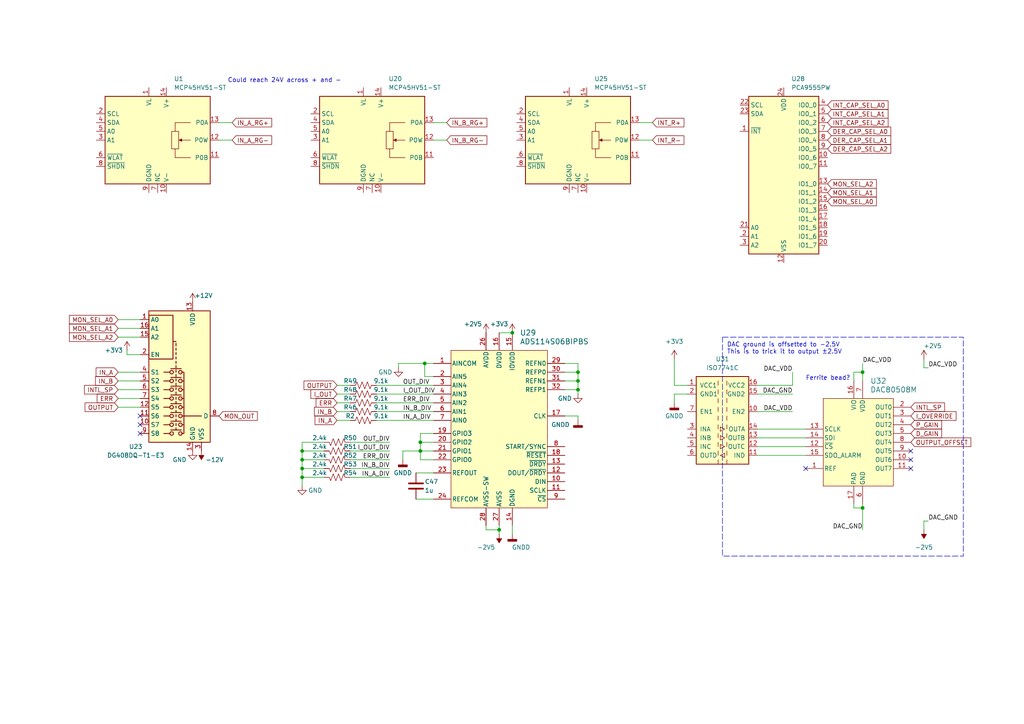
<source format=kicad_sch>
(kicad_sch (version 20230121) (generator eeschema)
  (paper "A4")
  (lib_symbols
    (symbol "Analog_Switch:ADG1408YRUZ"
      (property "Reference" "U" (at -7.62 23.495 0))
      (property "Value" "ADG1408YRUZ" (at -7.62 21.59 0))
      (symbol "ADG1408YRUZ_0_0"
        (pin power_in line (at 5.08 -20.32 90) (length 2.54) (name "GND") (number "14"))
      )
      (symbol "ADG1408YRUZ_0_1"
        (rectangle (start -7.62 6.35) (end -0.635 19.05) (stroke (width 0.254)))
        (rectangle (start -7.62 20.32) (end 10.16 -17.78) (stroke (width 0.254)) (fill (type background)))
        (circle (center -1.016 -15.24) (radius 0.508) (stroke (width 0.254)))
        (circle (center -1.016 -12.7) (radius 0.508) (stroke (width 0.254)))
        (circle (center -1.016 -10.16) (radius 0.508) (stroke (width 0.254)))
        (circle (center -1.016 -7.62) (radius 0.508) (stroke (width 0.254)))
        (circle (center -1.016 -5.08) (radius 0.508) (stroke (width 0.254)))
        (circle (center -1.016 -2.54) (radius 0.508) (stroke (width 0.254)))
        (circle (center -1.016 0) (radius 0.508) (stroke (width 0.254)))
        (circle (center -1.016 2.54) (radius 0.508) (stroke (width 0.254)))
        (polyline (pts (xy -1.524 -15.24) (xy -3.302 -15.24)) (stroke (width 0.254)))
        (polyline (pts (xy -1.524 -12.7) (xy -3.302 -12.7)) (stroke (width 0.254)))
        (polyline (pts (xy -1.524 -10.16) (xy -3.302 -10.16)) (stroke (width 0.254)))
        (polyline (pts (xy -1.524 -7.62) (xy -3.302 -7.62)) (stroke (width 0.254)))
        (polyline (pts (xy -1.524 -5.08) (xy -3.302 -5.08)) (stroke (width 0.254)))
        (polyline (pts (xy -1.524 -2.54) (xy -3.302 -2.54)) (stroke (width 0.254)))
        (polyline (pts (xy -1.524 0) (xy -3.302 0)) (stroke (width 0.254)))
        (polyline (pts (xy -1.524 2.54) (xy -3.302 2.54)) (stroke (width 0.254)))
        (polyline (pts (xy -1.27 -14.224) (xy 1.778 -14.224)) (stroke (width 0.254)))
        (polyline (pts (xy -1.27 -11.684) (xy 1.778 -11.684)) (stroke (width 0.254)))
        (polyline (pts (xy -1.27 -9.144) (xy 1.778 -9.144)) (stroke (width 0.254)))
        (polyline (pts (xy -1.27 -6.604) (xy 1.778 -6.604)) (stroke (width 0.254)))
        (polyline (pts (xy -1.27 -4.064) (xy 1.778 -4.064)) (stroke (width 0.254)))
        (polyline (pts (xy -1.27 -1.524) (xy 1.778 -1.524)) (stroke (width 0.254)))
        (polyline (pts (xy -1.27 1.016) (xy 1.778 1.016)) (stroke (width 0.254)))
        (polyline (pts (xy -1.27 3.556) (xy 1.778 3.556)) (stroke (width 0.254)))
        (polyline (pts (xy -0.635 11.43) (xy 0 11.43)) (stroke (width 0.254)))
        (polyline (pts (xy 0.254 -14.224) (xy 0.254 -13.589)) (stroke (width 0.254)))
        (polyline (pts (xy 0.254 -12.954) (xy 0.254 -12.319)) (stroke (width 0.254)))
        (polyline (pts (xy 0.254 -11.684) (xy 0.254 -11.049)) (stroke (width 0.254)))
        (polyline (pts (xy 0.254 -10.414) (xy 0.254 -9.779)) (stroke (width 0.254)))
        (polyline (pts (xy 0.254 -9.144) (xy 0.254 -8.509)) (stroke (width 0.254)))
        (polyline (pts (xy 0.254 -7.874) (xy 0.254 -7.239)) (stroke (width 0.254)))
        (polyline (pts (xy 0.254 -6.604) (xy 0.254 -5.969)) (stroke (width 0.254)))
        (polyline (pts (xy 0.254 -6.604) (xy 0.254 -5.969)) (stroke (width 0.254)))
        (polyline (pts (xy 0.254 -5.334) (xy 0.254 -4.699)) (stroke (width 0.254)))
        (polyline (pts (xy 0.254 -3.81) (xy 0.254 -3.175)) (stroke (width 0.254)))
        (polyline (pts (xy 0.254 -2.54) (xy 0.254 -1.905)) (stroke (width 0.254)))
        (polyline (pts (xy 0.254 -1.27) (xy 0.254 -0.635)) (stroke (width 0.254)))
        (polyline (pts (xy 0.254 0) (xy 0.254 0.635)) (stroke (width 0.254)))
        (polyline (pts (xy 0.254 1.27) (xy 0.254 1.905)) (stroke (width 0.254)))
        (polyline (pts (xy 0.254 2.54) (xy 0.254 3.175)) (stroke (width 0.254)))
        (polyline (pts (xy 0.254 3.81) (xy 0.254 4.445)) (stroke (width 0.254)))
        (polyline (pts (xy 0.254 5.08) (xy 0.254 5.715)) (stroke (width 0.254)))
        (polyline (pts (xy 0.254 6.35) (xy 0.254 6.985)) (stroke (width 0.254)))
        (polyline (pts (xy 0.254 7.62) (xy 0.254 8.255)) (stroke (width 0.254)))
        (polyline (pts (xy 0.254 8.89) (xy 0.254 9.525)) (stroke (width 0.254)))
        (polyline (pts (xy 0.254 10.16) (xy 0.254 10.922)) (stroke (width 0.254)))
        (polyline (pts (xy 0.254 11.43) (xy 0 11.43)) (stroke (width 0.254)))
        (polyline (pts (xy 2.032 -12.7) (xy 2.54 -12.7)) (stroke (width 0.254)))
        (polyline (pts (xy 2.032 -10.16) (xy 2.54 -10.16)) (stroke (width 0.254)))
        (polyline (pts (xy 2.032 -7.62) (xy 2.54 -7.62)) (stroke (width 0.254)))
        (polyline (pts (xy 2.032 -5.08) (xy 2.54 -5.08)) (stroke (width 0.254)))
        (polyline (pts (xy 2.032 -2.54) (xy 2.54 -2.54)) (stroke (width 0.254)))
        (polyline (pts (xy 2.032 0) (xy 2.54 0)) (stroke (width 0.254)))
        (polyline (pts (xy 2.54 -10.16) (xy 7.62 -10.16)) (stroke (width 0.254)))
        (polyline (pts (xy 1.905 2.54) (xy 2.54 2.54) (xy 2.54 -15.24) (xy 1.905 -15.24)) (stroke (width 0.254)))
        (circle (center 1.524 -15.24) (radius 0.508) (stroke (width 0.254)))
        (circle (center 1.524 -12.7) (radius 0.508) (stroke (width 0.254)))
        (circle (center 1.524 -10.16) (radius 0.508) (stroke (width 0.254)))
        (circle (center 1.524 -7.62) (radius 0.508) (stroke (width 0.254)))
        (circle (center 1.524 -5.08) (radius 0.508) (stroke (width 0.254)))
        (circle (center 1.524 -2.54) (radius 0.508) (stroke (width 0.254)))
        (circle (center 1.524 0) (radius 0.508) (stroke (width 0.254)))
        (circle (center 1.524 2.54) (radius 0.508) (stroke (width 0.254)))
      )
      (symbol "ADG1408YRUZ_1_1"
        (pin input line (at -10.16 17.78 0) (length 2.54) (name "A0") (number "1"))
        (pin bidirectional line (at -10.16 -12.7 0) (length 2.54) (name "S7") (number "10"))
        (pin bidirectional line (at -10.16 -10.16 0) (length 2.54) (name "S6") (number "11"))
        (pin bidirectional line (at -10.16 -7.62 0) (length 2.54) (name "S5") (number "12"))
        (pin power_in line (at 5.08 22.86 270) (length 2.54) (name "VDD") (number "13"))
        (pin input line (at -10.16 12.7 0) (length 2.54) (name "A2") (number "15"))
        (pin input line (at -10.16 15.24 0) (length 2.54) (name "A1") (number "16"))
        (pin input line (at -10.16 7.62 0) (length 2.54) (name "EN") (number "2"))
        (pin power_in line (at 7.62 -20.32 90) (length 2.54) (name "VSS") (number "3"))
        (pin bidirectional line (at -10.16 2.54 0) (length 2.54) (name "S1") (number "4"))
        (pin bidirectional line (at -10.16 0 0) (length 2.54) (name "S2") (number "5"))
        (pin bidirectional line (at -10.16 -2.54 0) (length 2.54) (name "S3") (number "6"))
        (pin bidirectional line (at -10.16 -5.08 0) (length 2.54) (name "S4") (number "7"))
        (pin bidirectional line (at 12.7 -10.16 180) (length 2.54) (name "D") (number "8"))
        (pin bidirectional line (at -10.16 -15.24 0) (length 2.54) (name "S8") (number "9"))
      )
    )
    (symbol "Device:C" (pin_numbers hide) (pin_names (offset 0.254))
      (property "Reference" "C" (at 0.635 2.54 0))
      (property "Value" "C" (at 0.635 -2.54 0))
      (symbol "C_0_1"
        (polyline (pts (xy -2.032 -0.762) (xy 2.032 -0.762)) (stroke (width 0.508)))
        (polyline (pts (xy -2.032 0.762) (xy 2.032 0.762)) (stroke (width 0.508)))
      )
      (symbol "C_1_1"
        (pin passive line (at 0 3.81 270) (length 2.794) (name "~") (number "1"))
        (pin passive line (at 0 -3.81 90) (length 2.794) (name "~") (number "2"))
      )
    )
    (symbol "Device:R_US" (pin_numbers hide) (pin_names (offset 0))
      (property "Reference" "R" (at 2.54 0 90))
      (property "Value" "R_US" (at -2.54 0 90))
      (symbol "R_US_0_1"
        (polyline (pts (xy 0 -2.286) (xy 0 -2.54)))
        (polyline (pts (xy 0 2.286) (xy 0 2.54)))
        (polyline (pts (xy 0 -0.762) (xy 1.016 -1.143) (xy 0 -1.524) (xy -1.016 -1.905) (xy 0 -2.286)))
        (polyline (pts (xy 0 0.762) (xy 1.016 0.381) (xy 0 0) (xy -1.016 -0.381) (xy 0 -0.762)))
        (polyline (pts (xy 0 2.286) (xy 1.016 1.905) (xy 0 1.524) (xy -1.016 1.143) (xy 0 0.762)))
      )
      (symbol "R_US_1_1"
        (pin passive line (at 0 3.81 270) (length 1.27) (name "~") (number "1"))
        (pin passive line (at 0 -3.81 90) (length 1.27) (name "~") (number "2"))
      )
    )
    (symbol "Interface_Expansion:PCA9555PW"
      (property "Reference" "U" (at -8.89 24.13 0))
      (property "Value" "PCA9555PW" (at 6.35 24.13 0))
      (symbol "PCA9555PW_0_1"
        (rectangle (start -10.16 22.86) (end 10.16 -22.86) (stroke (width 0.254)) (fill (type background)))
      )
      (symbol "PCA9555PW_1_1"
        (pin open_collector line (at -12.7 12.7 0) (length 2.54) (name "~{INT}") (number "1"))
        (pin bidirectional line (at 12.7 5.08 180) (length 2.54) (name "IO0_6") (number "10"))
        (pin bidirectional line (at 12.7 2.54 180) (length 2.54) (name "IO0_7") (number "11"))
        (pin power_in line (at 0 -25.4 90) (length 2.54) (name "VSS") (number "12"))
        (pin bidirectional line (at 12.7 -2.54 180) (length 2.54) (name "IO1_0") (number "13"))
        (pin bidirectional line (at 12.7 -5.08 180) (length 2.54) (name "IO1_1") (number "14"))
        (pin bidirectional line (at 12.7 -7.62 180) (length 2.54) (name "IO1_2") (number "15"))
        (pin bidirectional line (at 12.7 -10.16 180) (length 2.54) (name "IO1_3") (number "16"))
        (pin bidirectional line (at 12.7 -12.7 180) (length 2.54) (name "IO1_4") (number "17"))
        (pin bidirectional line (at 12.7 -15.24 180) (length 2.54) (name "IO1_5") (number "18"))
        (pin bidirectional line (at 12.7 -17.78 180) (length 2.54) (name "IO1_6") (number "19"))
        (pin input line (at -12.7 -17.78 0) (length 2.54) (name "A1") (number "2"))
        (pin bidirectional line (at 12.7 -20.32 180) (length 2.54) (name "IO1_7") (number "20"))
        (pin input line (at -12.7 -15.24 0) (length 2.54) (name "A0") (number "21"))
        (pin input line (at -12.7 20.32 0) (length 2.54) (name "SCL") (number "22"))
        (pin bidirectional line (at -12.7 17.78 0) (length 2.54) (name "SDA") (number "23"))
        (pin power_in line (at 0 25.4 270) (length 2.54) (name "VDD") (number "24"))
        (pin input line (at -12.7 -20.32 0) (length 2.54) (name "A2") (number "3"))
        (pin bidirectional line (at 12.7 20.32 180) (length 2.54) (name "IO0_0") (number "4"))
        (pin bidirectional line (at 12.7 17.78 180) (length 2.54) (name "IO0_1") (number "5"))
        (pin bidirectional line (at 12.7 15.24 180) (length 2.54) (name "IO0_2") (number "6"))
        (pin bidirectional line (at 12.7 12.7 180) (length 2.54) (name "IO0_3") (number "7"))
        (pin bidirectional line (at 12.7 10.16 180) (length 2.54) (name "IO0_4") (number "8"))
        (pin bidirectional line (at 12.7 7.62 180) (length 2.54) (name "IO0_5") (number "9"))
      )
    )
    (symbol "Isolator:ISO7341C" (pin_names (offset 1.016))
      (property "Reference" "U" (at 0 15.875 0))
      (property "Value" "ISO7341C" (at 0 13.97 0))
      (symbol "ISO7341C_0_1"
        (rectangle (start -7.62 12.7) (end 7.62 -12.7) (stroke (width 0.254)) (fill (type background)))
        (polyline (pts (xy -1.27 -11.43) (xy -1.27 -12.7)))
        (polyline (pts (xy -1.27 -8.89) (xy -1.27 -10.16)))
        (polyline (pts (xy -1.27 -6.35) (xy -1.27 -7.62)))
        (polyline (pts (xy -1.27 -3.81) (xy -1.27 -5.08)))
        (polyline (pts (xy -1.27 -1.27) (xy -1.27 -2.54)))
        (polyline (pts (xy -1.27 1.27) (xy -1.27 0)))
        (polyline (pts (xy -1.27 3.81) (xy -1.27 2.54)))
        (polyline (pts (xy -1.27 6.35) (xy -1.27 5.08)))
        (polyline (pts (xy -1.27 8.89) (xy -1.27 7.62)))
        (polyline (pts (xy -1.27 11.43) (xy -1.27 10.16)))
        (polyline (pts (xy 1.27 -11.43) (xy 1.27 -12.7)))
        (polyline (pts (xy 1.27 -8.89) (xy 1.27 -10.16)))
        (polyline (pts (xy 1.27 -6.35) (xy 1.27 -7.62)))
        (polyline (pts (xy 1.27 -3.81) (xy 1.27 -5.08)))
        (polyline (pts (xy 1.27 -1.27) (xy 1.27 -2.54)))
        (polyline (pts (xy 1.27 1.27) (xy 1.27 0)))
        (polyline (pts (xy 1.27 3.81) (xy 1.27 2.54)))
        (polyline (pts (xy 1.27 6.35) (xy 1.27 5.08)))
        (polyline (pts (xy 1.27 8.89) (xy 1.27 7.62)))
        (polyline (pts (xy 1.27 11.43) (xy 1.27 10.16)))
        (polyline (pts (xy -0.635 -10.16) (xy 0.635 -9.525) (xy 0.635 -10.795) (xy -0.635 -10.16)))
        (polyline (pts (xy -0.635 -6.985) (xy -0.635 -8.255) (xy 0.635 -7.62) (xy -0.635 -6.985)))
        (polyline (pts (xy -0.635 -4.445) (xy -0.635 -5.715) (xy 0.635 -5.08) (xy -0.635 -4.445)))
        (polyline (pts (xy -0.635 -1.905) (xy -0.635 -3.175) (xy 0.635 -2.54) (xy -0.635 -1.905)))
      )
      (symbol "ISO7341C_1_1"
        (pin power_in line (at -10.16 10.16 0) (length 2.54) (name "VCC1") (number "1"))
        (pin input line (at 10.16 2.54 180) (length 2.54) (name "EN2") (number "10"))
        (pin input line (at 10.16 -10.16 180) (length 2.54) (name "IND") (number "11"))
        (pin output line (at 10.16 -7.62 180) (length 2.54) (name "OUTC") (number "12"))
        (pin output line (at 10.16 -5.08 180) (length 2.54) (name "OUTB") (number "13"))
        (pin output line (at 10.16 -2.54 180) (length 2.54) (name "OUTA") (number "14"))
        (pin power_in line (at 10.16 7.62 180) (length 2.54) (name "GND2") (number "15"))
        (pin power_in line (at 10.16 10.16 180) (length 2.54) (name "VCC2") (number "16"))
        (pin power_in line (at -10.16 7.62 0) (length 2.54) (name "GND1") (number "2"))
        (pin input line (at -10.16 -2.54 0) (length 2.54) (name "INA") (number "3"))
        (pin input line (at -10.16 -5.08 0) (length 2.54) (name "INB") (number "4"))
        (pin input line (at -10.16 -7.62 0) (length 2.54) (name "INC") (number "5"))
        (pin output line (at -10.16 -10.16 0) (length 2.54) (name "OUTD") (number "6"))
        (pin input line (at -10.16 2.54 0) (length 2.54) (name "EN1") (number "7"))
        (pin passive line (at -10.16 7.62 0) (length 2.54) hide (name "GND1") (number "8"))
        (pin passive line (at 10.16 7.62 180) (length 2.54) hide (name "GND2") (number "9"))
      )
    )
    (symbol "Potentiometer_Digital:MCP45HV51-ST"
      (property "Reference" "U" (at -13.97 13.97 0))
      (property "Value" "MCP45HV51-ST" (at 11.43 13.97 0))
      (symbol "MCP45HV51-ST_0_1"
        (polyline (pts (xy 9.525 0) (xy 6.223 0)))
        (polyline (pts (xy 5.08 -2.54) (xy 5.08 -5.08) (xy 9.525 -5.08)))
        (polyline (pts (xy 5.08 2.54) (xy 5.08 5.08) (xy 9.525 5.08)))
        (polyline (pts (xy 6.223 0) (xy 6.985 0.381) (xy 6.985 -0.381) (xy 6.223 0)) (fill (type outline)))
        (polyline (pts (xy 6.096 2.54) (xy 4.064 2.54) (xy 4.064 -2.54) (xy 6.096 -2.54) (xy 6.096 2.54)))
      )
      (symbol "MCP45HV51-ST_1_1"
        (rectangle (start -15.24 12.7) (end 15.24 -12.7) (stroke (width 0.254)) (fill (type background)))
        (pin power_in line (at -2.54 15.24 270) (length 2.54) (name "VL") (number "1"))
        (pin power_in line (at 2.54 -15.24 90) (length 2.54) (name "V-") (number "10"))
        (pin passive line (at 17.78 -5.08 180) (length 2.54) (name "P0B") (number "11"))
        (pin passive line (at 17.78 0 180) (length 2.54) (name "P0W") (number "12"))
        (pin passive line (at 17.78 5.08 180) (length 2.54) (name "P0A") (number "13"))
        (pin power_in line (at 2.54 15.24 270) (length 2.54) (name "V+") (number "14"))
        (pin input line (at -17.78 7.62 0) (length 2.54) (name "SCL") (number "2"))
        (pin input line (at -17.78 0 0) (length 2.54) (name "A1") (number "3"))
        (pin bidirectional line (at -17.78 5.08 0) (length 2.54) (name "SDA") (number "4"))
        (pin input line (at -17.78 2.54 0) (length 2.54) (name "A0") (number "5"))
        (pin input line (at -17.78 -5.08 0) (length 2.54) (name "~{WLAT}") (number "6"))
        (pin passive line (at 0 -15.24 90) (length 2.54) (name "NC") (number "7"))
        (pin input line (at -17.78 -7.62 0) (length 2.54) (name "~{SHDN}") (number "8"))
        (pin power_in line (at -2.54 -15.24 90) (length 2.54) (name "DGND") (number "9"))
      )
    )
    (symbol "local_lib:ADS114S06BIPBS" (pin_names (offset 0.254))
      (property "Reference" "U" (at 0 2.54 0))
      (property "Value" "ADS114S06BIPBS" (at 0 0 0))
      (symbol "ADS114S06BIPBS_0_1"
        (pin input line (at -19.05 20.32 0) (length 5.08) (name "AINCOM") (number "1"))
        (pin input line (at 19.05 -13.97 180) (length 5.08) (name "DIN") (number "10"))
        (pin input line (at 19.05 -16.51 180) (length 5.08) (name "SCLK") (number "11"))
        (pin power_in line (at 3.81 -26.67 90) (length 5.08) (name "DGND") (number "14"))
        (pin power_in line (at 3.81 29.21 270) (length 5.08) (name "IOVDD") (number "15"))
        (pin power_in line (at 0 29.21 270) (length 5.08) (name "DVDD") (number "16"))
        (pin input line (at 19.05 5.08 180) (length 5.08) (name "CLK") (number "17"))
        (pin bidirectional line (at -19.05 0 0) (length 5.08) (name "GPIO3") (number "19"))
        (pin input line (at -19.05 16.51 0) (length 5.08) (name "AIN5") (number "2"))
        (pin bidirectional line (at -19.05 -2.54 0) (length 5.08) (name "GPIO2") (number "20"))
        (pin bidirectional line (at -19.05 -5.08 0) (length 5.08) (name "GPIO1") (number "21"))
        (pin bidirectional line (at -19.05 -7.62 0) (length 5.08) (name "GPIO0") (number "22"))
        (pin power_in line (at -19.05 -11.43 0) (length 5.08) (name "REFOUT") (number "23"))
        (pin power_in line (at -19.05 -19.05 0) (length 5.08) (name "REFCOM") (number "24"))
        (pin power_in line (at -3.81 29.21 270) (length 5.08) (name "AVDD") (number "26"))
        (pin power_in line (at 0 -26.67 90) (length 5.08) (name "AVSS") (number "27"))
        (pin power_in line (at -3.81 -26.67 90) (length 5.08) (name "AVSS-SW") (number "28"))
        (pin input line (at 19.05 20.32 180) (length 5.08) (name "REFN0") (number "29"))
        (pin input line (at -19.05 13.97 0) (length 5.08) (name "AIN4") (number "3"))
        (pin input line (at 19.05 17.78 180) (length 5.08) (name "REFP0") (number "30"))
        (pin input line (at 19.05 15.24 180) (length 5.08) (name "REFN1") (number "31"))
        (pin input line (at 19.05 12.7 180) (length 5.08) (name "REFP1") (number "32"))
        (pin input line (at -19.05 11.43 0) (length 5.08) (name "AIN3") (number "4"))
        (pin input line (at -19.05 8.89 0) (length 5.08) (name "AIN2") (number "5"))
        (pin input line (at -19.05 6.35 0) (length 5.08) (name "AIN1") (number "6"))
        (pin input line (at -19.05 3.81 0) (length 5.08) (name "AIN0") (number "7"))
      )
      (symbol "ADS114S06BIPBS_1_1"
        (rectangle (start -13.97 24.13) (end 13.97 -21.59) (fill (type background)))
        (pin output line (at 19.05 -11.43 180) (length 5.08) (name "DOUT/~{DRDY}") (number "12"))
        (pin output line (at 19.05 -8.89 180) (length 5.08) (name "~{DRDY}") (number "13"))
        (pin input line (at 19.05 -6.35 180) (length 5.08) (name "~{RESET}") (number "18"))
        (pin unspecified line (at 7.62 -21.59 270) (length 5.08) hide (name "NC") (number "25"))
        (pin input line (at 19.05 -3.81 180) (length 5.08) (name "START/SYNC") (number "8"))
        (pin input line (at 19.05 -19.05 180) (length 5.08) (name "~{CS}") (number "9"))
      )
    )
    (symbol "local_lib:DAC80508ZRTER" (pin_names (offset 0.254))
      (property "Reference" "U" (at 3.81 15.24 0))
      (property "Value" "DAC80508ZRTER" (at 12.7 12.7 0))
      (symbol "DAC80508ZRTER_0_1"
        (pin bidirectional line (at -15.24 -8.89 0) (length 5.08) (name "REF") (number "1"))
        (pin output line (at 15.24 -6.35 180) (length 5.08) (name "OUT6") (number "10"))
        (pin output line (at 15.24 -8.89 180) (length 5.08) (name "OUT7") (number "11"))
        (pin input line (at -15.24 2.54 0) (length 5.08) (name "SCLK") (number "13"))
        (pin input line (at -15.24 0 0) (length 5.08) (name "SDI") (number "14"))
        (pin tri_state line (at -15.24 -5.08 0) (length 5.08) (name "SDO_ALARM") (number "15"))
        (pin power_in line (at -1.27 16.51 270) (length 5.08) (name "VIO") (number "16"))
        (pin power_in line (at -1.27 -19.05 90) (length 5.08) (name "PAD") (number "17"))
        (pin output line (at 15.24 8.89 180) (length 5.08) (name "OUT0") (number "2"))
        (pin output line (at 15.24 6.35 180) (length 5.08) (name "OUT1") (number "3"))
        (pin output line (at 15.24 3.81 180) (length 5.08) (name "OUT2") (number "4"))
        (pin output line (at 15.24 1.27 180) (length 5.08) (name "OUT3") (number "5"))
        (pin power_in line (at 1.27 -19.05 90) (length 5.08) (name "GND") (number "6"))
        (pin power_in line (at 1.27 16.51 270) (length 5.08) (name "VDD") (number "7"))
        (pin output line (at 15.24 -1.27 180) (length 5.08) (name "OUT4") (number "8"))
        (pin output line (at 15.24 -3.81 180) (length 5.08) (name "OUT5") (number "9"))
      )
      (symbol "DAC80508ZRTER_1_1"
        (rectangle (start -10.16 11.43) (end 10.16 -13.97) (fill (type background)))
        (pin input line (at -15.24 -2.54 0) (length 5.08) (name "~{CS}") (number "12"))
      )
    )
    (symbol "power:+12V" (power) (pin_names (offset 0))
      (property "Value" "+12V" (at 0 3.556 0))
      (symbol "+12V_0_1"
        (polyline (pts (xy -0.762 1.27) (xy 0 2.54)))
        (polyline (pts (xy 0 0) (xy 0 2.54)))
        (polyline (pts (xy 0 2.54) (xy 0.762 1.27)))
      )
      (symbol "+12V_1_1"
        (pin power_in line (at 0 0 90) (length 0) hide (name "+12V") (number "1"))
      )
    )
    (symbol "power:+2V5" (power) (pin_names (offset 0))
      (property "Value" "+2V5" (at 0 3.556 0))
      (symbol "+2V5_0_1"
        (polyline (pts (xy -0.762 1.27) (xy 0 2.54)))
        (polyline (pts (xy 0 0) (xy 0 2.54)))
        (polyline (pts (xy 0 2.54) (xy 0.762 1.27)))
      )
      (symbol "+2V5_1_1"
        (pin power_in line (at 0 0 90) (length 0) hide (name "+2V5") (number "1"))
      )
    )
    (symbol "power:+3V3" (power) (pin_names (offset 0))
      (property "Value" "+3V3" (at 0 3.556 0))
      (symbol "+3V3_0_1"
        (polyline (pts (xy -0.762 1.27) (xy 0 2.54)))
        (polyline (pts (xy 0 0) (xy 0 2.54)))
        (polyline (pts (xy 0 2.54) (xy 0.762 1.27)))
      )
      (symbol "+3V3_1_1"
        (pin power_in line (at 0 0 90) (length 0) hide (name "+3V3") (number "1"))
      )
    )
    (symbol "power:-12V" (power) (pin_names (offset 0))
      (property "Value" "-12V" (at 0 3.81 0))
      (symbol "-12V_0_0"
        (pin power_in line (at 0 0 90) (length 0) hide (name "-12V") (number "1"))
      )
      (symbol "-12V_0_1"
        (polyline (pts (xy 0 0) (xy 0 1.27) (xy 0.762 1.27) (xy 0 2.54) (xy -0.762 1.27) (xy 0 1.27)) (fill (type outline)))
      )
    )
    (symbol "power:-2V5" (power) (pin_names (offset 0))
      (property "Value" "-2V5" (at 0 3.81 0))
      (symbol "-2V5_0_0"
        (pin power_in line (at 0 0 90) (length 0) hide (name "-2V5") (number "1"))
      )
      (symbol "-2V5_0_1"
        (polyline (pts (xy 0 0) (xy 0 1.27) (xy 0.762 1.27) (xy 0 2.54) (xy -0.762 1.27) (xy 0 1.27)) (fill (type outline)))
      )
    )
    (symbol "power:GND" (power) (pin_names (offset 0))
      (property "Value" "GND" (at 0 -3.81 0))
      (symbol "GND_0_1"
        (polyline (pts (xy 0 0) (xy 0 -1.27) (xy 1.27 -1.27) (xy 0 -2.54) (xy -1.27 -1.27) (xy 0 -1.27)))
      )
      (symbol "GND_1_1"
        (pin power_in line (at 0 0 270) (length 0) hide (name "GND") (number "1"))
      )
    )
    (symbol "power:GNDD" (power) (pin_names (offset 0))
      (property "Value" "GNDD" (at 0 -3.175 0))
      (symbol "GNDD_0_1"
        (rectangle (start -1.27 -1.524) (end 1.27 -2.032) (stroke (width 0.254)) (fill (type outline)))
        (polyline (pts (xy 0 0) (xy 0 -1.524)))
      )
      (symbol "GNDD_1_1"
        (pin power_in line (at 0 0 270) (length 0) hide (name "GNDD") (number "1"))
      )
    )
  )
  (junction (at 167.64 110.49))
  (junction (at 167.64 107.95))
  (junction (at 121.92 128.27))
  (junction (at 123.19 105.41))
  (junction (at 87.63 130.81))
  (junction (at 250.19 147.32))
  (junction (at 148.59 96.52))
  (junction (at 144.78 153.67))
  (junction (at 87.63 133.35))
  (junction (at 87.63 138.43))
  (junction (at 87.63 135.89))
  (junction (at 121.92 130.81))
  (junction (at 250.19 107.95))
  (junction (at 167.64 113.03))
  (no_connect (at 40.64 120.65))
  (no_connect (at 264.16 135.89))
  (no_connect (at 40.64 125.73))
  (no_connect (at 264.16 133.35))
  (no_connect (at 40.64 123.19))
  (no_connect (at 264.16 130.81))
  (no_connect (at 233.68 135.89))
  (wire (pts (xy 148.59 154.94) (xy 148.59 152.4)))
  (wire (pts (xy 167.64 107.95) (xy 167.64 110.49)))
  (wire (pts (xy 250.19 147.32) (xy 250.19 146.05)))
  (wire (pts (xy 120.65 144.78) (xy 125.73 144.78)))
  (wire (pts (xy 40.64 97.79) (xy 34.29 97.79)))
  (wire (pts (xy 125.73 35.56) (xy 129.54 35.56)))
  (wire (pts (xy 87.63 138.43) (xy 87.63 140.97)))
  (wire (pts (xy 97.79 111.76) (xy 101.6 111.76)))
  (wire (pts (xy 163.83 107.95) (xy 167.64 107.95)))
  (wire (pts (xy 121.92 128.27) (xy 125.73 128.27)))
  (wire (pts (xy 199.39 111.76) (xy 195.58 111.76)))
  (wire (pts (xy 40.64 95.25) (xy 34.29 95.25)))
  (wire (pts (xy 113.03 133.35) (xy 101.6 133.35)))
  (wire (pts (xy 116.84 130.81) (xy 116.84 133.35)))
  (wire (pts (xy 185.42 35.56) (xy 189.23 35.56)))
  (wire (pts (xy 34.29 115.57) (xy 40.64 115.57)))
  (wire (pts (xy 93.98 130.81) (xy 87.63 130.81)))
  (wire (pts (xy 36.83 101.6) (xy 36.83 102.87)))
  (wire (pts (xy 87.63 133.35) (xy 87.63 135.89)))
  (wire (pts (xy 113.03 128.27) (xy 101.6 128.27)))
  (wire (pts (xy 167.64 120.65) (xy 167.64 121.92)))
  (wire (pts (xy 34.29 118.11) (xy 40.64 118.11)))
  (wire (pts (xy 140.97 153.67) (xy 144.78 153.67)))
  (wire (pts (xy 93.98 135.89) (xy 87.63 135.89)))
  (wire (pts (xy 163.83 105.41) (xy 167.64 105.41)))
  (wire (pts (xy 113.03 135.89) (xy 101.6 135.89)))
  (wire (pts (xy 40.64 102.87) (xy 36.83 102.87)))
  (wire (pts (xy 125.73 109.22) (xy 123.19 109.22)))
  (wire (pts (xy 113.03 138.43) (xy 101.6 138.43)))
  (wire (pts (xy 121.92 130.81) (xy 125.73 130.81)))
  (wire (pts (xy 109.22 121.92) (xy 125.73 121.92)))
  (wire (pts (xy 144.78 152.4) (xy 144.78 153.67)))
  (wire (pts (xy 34.29 107.95) (xy 40.64 107.95)))
  (wire (pts (xy 125.73 40.64) (xy 129.54 40.64)))
  (wire (pts (xy 163.83 120.65) (xy 167.64 120.65)))
  (wire (pts (xy 267.97 104.14) (xy 267.97 106.68)))
  (wire (pts (xy 219.71 124.46) (xy 233.68 124.46)))
  (wire (pts (xy 140.97 152.4) (xy 140.97 153.67)))
  (wire (pts (xy 93.98 138.43) (xy 87.63 138.43)))
  (wire (pts (xy 113.03 130.81) (xy 101.6 130.81)))
  (wire (pts (xy 229.87 107.95) (xy 229.87 111.76)))
  (wire (pts (xy 93.98 128.27) (xy 87.63 128.27)))
  (wire (pts (xy 267.97 151.13) (xy 269.24 151.13)))
  (wire (pts (xy 87.63 135.89) (xy 87.63 138.43)))
  (wire (pts (xy 167.64 110.49) (xy 167.64 113.03)))
  (wire (pts (xy 167.64 113.03) (xy 167.64 114.3)))
  (wire (pts (xy 125.73 105.41) (xy 123.19 105.41)))
  (wire (pts (xy 250.19 105.41) (xy 250.19 107.95)))
  (wire (pts (xy 63.5 35.56) (xy 67.31 35.56)))
  (wire (pts (xy 109.22 111.76) (xy 125.73 111.76)))
  (wire (pts (xy 121.92 130.81) (xy 121.92 133.35)))
  (wire (pts (xy 247.65 110.49) (xy 247.65 107.95)))
  (wire (pts (xy 121.92 128.27) (xy 121.92 130.81)))
  (wire (pts (xy 229.87 111.76) (xy 219.71 111.76)))
  (wire (pts (xy 219.71 132.08) (xy 233.68 132.08)))
  (wire (pts (xy 250.19 110.49) (xy 250.19 107.95)))
  (wire (pts (xy 63.5 40.64) (xy 67.31 40.64)))
  (wire (pts (xy 219.71 129.54) (xy 233.68 129.54)))
  (wire (pts (xy 109.22 119.38) (xy 125.73 119.38)))
  (wire (pts (xy 116.84 130.81) (xy 121.92 130.81)))
  (wire (pts (xy 121.92 125.73) (xy 121.92 128.27)))
  (wire (pts (xy 109.22 116.84) (xy 125.73 116.84)))
  (wire (pts (xy 97.79 114.3) (xy 101.6 114.3)))
  (wire (pts (xy 144.78 96.52) (xy 148.59 96.52)))
  (wire (pts (xy 97.79 119.38) (xy 101.6 119.38)))
  (wire (pts (xy 195.58 114.3) (xy 195.58 116.84)))
  (wire (pts (xy 163.83 110.49) (xy 167.64 110.49)))
  (wire (pts (xy 195.58 114.3) (xy 199.39 114.3)))
  (wire (pts (xy 144.78 153.67) (xy 144.78 154.94)))
  (wire (pts (xy 87.63 130.81) (xy 87.63 133.35)))
  (wire (pts (xy 185.42 40.64) (xy 189.23 40.64)))
  (wire (pts (xy 247.65 107.95) (xy 250.19 107.95)))
  (wire (pts (xy 167.64 105.41) (xy 167.64 107.95)))
  (wire (pts (xy 34.29 110.49) (xy 40.64 110.49)))
  (wire (pts (xy 247.65 147.32) (xy 247.65 146.05)))
  (wire (pts (xy 267.97 153.67) (xy 267.97 151.13)))
  (wire (pts (xy 250.19 147.32) (xy 247.65 147.32)))
  (wire (pts (xy 120.65 137.16) (xy 125.73 137.16)))
  (wire (pts (xy 97.79 116.84) (xy 101.6 116.84)))
  (wire (pts (xy 219.71 119.38) (xy 229.87 119.38)))
  (wire (pts (xy 109.22 114.3) (xy 125.73 114.3)))
  (wire (pts (xy 195.58 104.14) (xy 195.58 111.76)))
  (wire (pts (xy 123.19 109.22) (xy 123.19 105.41)))
  (wire (pts (xy 163.83 113.03) (xy 167.64 113.03)))
  (wire (pts (xy 93.98 133.35) (xy 87.63 133.35)))
  (wire (pts (xy 40.64 92.71) (xy 34.29 92.71)))
  (wire (pts (xy 125.73 125.73) (xy 121.92 125.73)))
  (wire (pts (xy 250.19 147.32) (xy 250.19 153.67)))
  (wire (pts (xy 97.79 121.92) (xy 101.6 121.92)))
  (wire (pts (xy 34.29 113.03) (xy 40.64 113.03)))
  (wire (pts (xy 219.71 127) (xy 233.68 127)))
  (wire (pts (xy 123.19 105.41) (xy 115.57 105.41)))
  (wire (pts (xy 267.97 106.68) (xy 269.24 106.68)))
  (wire (pts (xy 115.57 105.41) (xy 115.57 106.68)))
  (wire (pts (xy 121.92 133.35) (xy 125.73 133.35)))
  (wire (pts (xy 87.63 128.27) (xy 87.63 130.81)))
  (wire (pts (xy 219.71 114.3) (xy 229.87 114.3)))
  (rectangle (start 209.55 97.79) (end 279.4 161.29) (stroke (width 0) (type dash)))
  (text "Could reach 24V across + and -" (at 66.04 24.13 0) (effects (font (size 1.27 1.27)) (justify left bottom)))
  (text "Ferrite bead?" (at 233.68 110.49 0) (effects (font (size 1.27 1.27)) (justify left bottom)))
  (text "DAC ground is offsetted to -2.5V\nThis is to trick it to output ±2.5V" (at 210.82 102.87 0) (effects (font (size 1.27 1.27)) (justify left bottom)))
  (label "I_OUT_DIV" (at 113.03 130.81 180))
  (label "DAC_VDD" (at 269.24 106.68 0))
  (label "IN_B_DIV" (at 113.03 135.89 180))
  (label "OUT_DIV" (at 116.84 111.76 0))
  (label "I_OUT_DIV" (at 116.84 114.3 0))
  (label "ERR_DIV" (at 116.84 116.84 0))
  (label "DAC_VDD" (at 250.19 105.41 0))
  (label "DAC_GND" (at 229.87 114.3 180))
  (label "DAC_GND" (at 269.24 151.13 0))
  (label "DAC_VDD" (at 229.87 107.95 180))
  (label "IN_A_DIV" (at 113.03 138.43 180))
  (label "ERR_DIV" (at 113.03 133.35 180))
  (label "OUT_DIV" (at 113.03 128.27 180))
  (label "IN_B_DIV" (at 116.84 119.38 0))
  (label "DAC_GND" (at 250.19 153.67 180))
  (label "IN_A_DIV" (at 116.84 121.92 0))
  (label "DAC_VDD" (at 229.87 119.38 180))
  (global_label "IN_A_RG-" (shape input) (at 67.31 40.64 0) (property "Intersheetrefs" "${INTERSHEET_REFS}" (effects hide)))
  (global_label "MON_SEL_A1" (shape input) (at 240.03 55.88 0) (property "Intersheetrefs" "${INTERSHEET_REFS}" (effects hide)))
  (global_label "IN_A" (shape input) (at 34.29 107.95 180) (property "Intersheetrefs" "${INTERSHEET_REFS}" (effects hide)))
  (global_label "INTL_SP" (shape input) (at 34.29 113.03 180) (property "Intersheetrefs" "${INTERSHEET_REFS}" (effects hide)))
  (global_label "MON_OUT" (shape input) (at 63.5 120.65 0) (property "Intersheetrefs" "${INTERSHEET_REFS}" (effects hide)))
  (global_label "INTL_SP" (shape input) (at 264.16 118.11 0) (property "Intersheetrefs" "${INTERSHEET_REFS}" (effects hide)))
  (global_label "INT_CAP_SEL_A0" (shape input) (at 240.03 30.48 0) (property "Intersheetrefs" "${INTERSHEET_REFS}" (effects hide)))
  (global_label "IN_A" (shape input) (at 97.79 121.92 180) (property "Intersheetrefs" "${INTERSHEET_REFS}" (effects hide)))
  (global_label "MON_SEL_A0" (shape input) (at 240.03 58.42 0) (property "Intersheetrefs" "${INTERSHEET_REFS}" (effects hide)))
  (global_label "INT_R+" (shape input) (at 189.23 35.56 0) (property "Intersheetrefs" "${INTERSHEET_REFS}" (effects hide)))
  (global_label "IN_B_RG-" (shape input) (at 129.54 40.64 0) (property "Intersheetrefs" "${INTERSHEET_REFS}" (effects hide)))
  (global_label "INT_R-" (shape input) (at 189.23 40.64 0) (property "Intersheetrefs" "${INTERSHEET_REFS}" (effects hide)))
  (global_label "OUTPUT" (shape input) (at 34.29 118.11 180) (property "Intersheetrefs" "${INTERSHEET_REFS}" (effects hide)))
  (global_label "OUTPUT" (shape input) (at 97.79 111.76 180) (property "Intersheetrefs" "${INTERSHEET_REFS}" (effects hide)))
  (global_label "IN_B" (shape input) (at 97.79 119.38 180) (property "Intersheetrefs" "${INTERSHEET_REFS}" (effects hide)))
  (global_label "INT_CAP_SEL_A1" (shape input) (at 240.03 33.02 0) (property "Intersheetrefs" "${INTERSHEET_REFS}" (effects hide)))
  (global_label "OUTPUT_OFFSET" (shape input) (at 264.16 128.27 0) (property "Intersheetrefs" "${INTERSHEET_REFS}" (effects hide)))
  (global_label "I_OUT" (shape input) (at 97.79 114.3 180) (property "Intersheetrefs" "${INTERSHEET_REFS}" (effects hide)))
  (global_label "IN_B" (shape input) (at 34.29 110.49 180) (property "Intersheetrefs" "${INTERSHEET_REFS}" (effects hide)))
  (global_label "DER_CAP_SEL_A2" (shape input) (at 240.03 43.18 0) (property "Intersheetrefs" "${INTERSHEET_REFS}" (effects hide)))
  (global_label "INT_CAP_SEL_A2" (shape input) (at 240.03 35.56 0) (property "Intersheetrefs" "${INTERSHEET_REFS}" (effects hide)))
  (global_label "I_OVERRIDE" (shape input) (at 264.16 120.65 0) (property "Intersheetrefs" "${INTERSHEET_REFS}" (effects hide)))
  (global_label "MON_SEL_A2" (shape input) (at 240.03 53.34 0) (property "Intersheetrefs" "${INTERSHEET_REFS}" (effects hide)))
  (global_label "P_GAIN" (shape input) (at 264.16 123.19 0) (property "Intersheetrefs" "${INTERSHEET_REFS}" (effects hide)))
  (global_label "ERR" (shape input) (at 97.79 116.84 180) (property "Intersheetrefs" "${INTERSHEET_REFS}" (effects hide)))
  (global_label "DER_CAP_SEL_A0" (shape input) (at 240.03 38.1 0) (property "Intersheetrefs" "${INTERSHEET_REFS}" (effects hide)))
  (global_label "ERR" (shape input) (at 34.29 115.57 180) (property "Intersheetrefs" "${INTERSHEET_REFS}" (effects hide)))
  (global_label "IN_A_RG+" (shape input) (at 67.31 35.56 0) (property "Intersheetrefs" "${INTERSHEET_REFS}" (effects hide)))
  (global_label "D_GAIN" (shape input) (at 264.16 125.73 0) (property "Intersheetrefs" "${INTERSHEET_REFS}" (effects hide)))
  (global_label "DER_CAP_SEL_A1" (shape input) (at 240.03 40.64 0) (property "Intersheetrefs" "${INTERSHEET_REFS}" (effects hide)))
  (global_label "MON_SEL_A0" (shape input) (at 34.29 92.71 180) (property "Intersheetrefs" "${INTERSHEET_REFS}" (effects hide)))
  (global_label "IN_B_RG+" (shape input) (at 129.54 35.56 0) (property "Intersheetrefs" "${INTERSHEET_REFS}" (effects hide)))
  (global_label "MON_SEL_A2" (shape input) (at 34.29 97.79 180) (property "Intersheetrefs" "${INTERSHEET_REFS}" (effects hide)))
  (global_label "MON_SEL_A1" (shape input) (at 34.29 95.25 180) (property "Intersheetrefs" "${INTERSHEET_REFS}" (effects hide)))
  (symbol (lib_id "power:+3V3") (at 195.58 104.14 0) (unit 1)
    (property "Reference" "#PWR0107" (effects hide))
    (property "Value" "+3V3" (at 195.58 99.06 0))
  )
  (symbol (lib_id "power:+2V5") (at 267.97 104.14 0) (unit 1)
    (property "Reference" "#PWR0110" (effects hide))
    (property "Value" "+2V5" (at 270.51 100.33 0))
  )
  (symbol (lib_id "Potentiometer_Digital:MCP45HV51-ST") (at 45.72 40.64 0) (unit 1)
    (property "Reference" "U1" (at 50.4541 22.86 0) (effects (justify left)))
    (property "Value" "MCP45HV51-ST" (at 50.4541 25.4 0) (effects (justify left)))
    (property "Footprint" "Package_SO:TSSOP-14_4.4x5mm_P0.65mm" (effects hide))
    (property "Datasheet" "http://ww1.microchip.com/downloads/en/DeviceDoc/20005304A.pdf" (effects hide))
  )
  (symbol (lib_id "power:GNDD") (at 195.58 116.84 0) (unit 1)
    (property "Reference" "#PWR0108" (effects hide))
    (property "Value" "GNDD" (at 195.58 120.65 0))
  )
  (symbol (lib_id "power:-2V5") (at 144.78 154.94 180) (unit 1)
    (property "Reference" "#PWR073" (effects hide))
    (property "Value" "-2V5" (at 140.97 158.75 0))
  )
  (symbol (lib_id "power:GND") (at 115.57 106.68 0) (unit 1)
    (property "Reference" "#PWR099" (effects hide))
    (property "Value" "GND" (at 111.76 107.95 0))
  )
  (symbol (lib_id "Device:R_US") (at 105.41 121.92 90) (unit 1)
    (property "Reference" "R2" (at 101.6 120.65 90))
    (property "Value" "9.1k" (at 110.49 120.65 90))
  )
  (symbol (lib_id "power:GND") (at 87.63 140.97 0) (mirror y) (unit 1)
    (property "Reference" "#PWR06" (effects hide))
    (property "Value" "GND" (at 91.44 142.24 0))
  )
  (symbol (lib_id "Potentiometer_Digital:MCP45HV51-ST") (at 107.95 40.64 0) (unit 1)
    (property "Reference" "U20" (at 112.6841 22.86 0) (effects (justify left)))
    (property "Value" "MCP45HV51-ST" (at 112.6841 25.4 0) (effects (justify left)))
    (property "Footprint" "Package_SO:TSSOP-14_4.4x5mm_P0.65mm" (effects hide))
    (property "Datasheet" "http://ww1.microchip.com/downloads/en/DeviceDoc/20005304A.pdf" (effects hide))
  )
  (symbol (lib_id "Device:R_US") (at 105.41 116.84 90) (unit 1)
    (property "Reference" "R47" (at 101.6 115.57 90))
    (property "Value" "9.1k" (at 110.49 115.57 90))
  )
  (symbol (lib_id "power:GNDD") (at 116.84 133.35 0) (unit 1)
    (property "Reference" "#PWR0100" (effects hide))
    (property "Value" "GNDD" (at 116.84 137.16 0))
  )
  (symbol (lib_id "power:GNDD") (at 148.59 154.94 0) (unit 1)
    (property "Reference" "#PWR0101" (effects hide))
    (property "Value" "GNDD" (at 151.13 158.75 0))
  )
  (symbol (lib_id "power:GND") (at 55.88 130.81 0) (mirror y) (unit 1)
    (property "Reference" "#PWR088" (effects hide))
    (property "Value" "GND" (at 52.07 133.35 0))
    (instances (project "basic_pid" (path "" (reference "#PWR088") (unit 1)) (path "" (reference "#PWR096") (unit 1)) (path "" (reference "#PWR096") (unit 1))))
  )
  (symbol (lib_id "Device:R_US") (at 97.79 130.81 270) (mirror x) (unit 1)
    (property "Reference" "R51" (at 101.6 129.54 90))
    (property "Value" "2.4k" (at 92.71 129.54 90))
  )
  (symbol (lib_id "Device:R_US") (at 105.41 111.76 90) (unit 1)
    (property "Reference" "R49" (at 101.6 110.49 90))
    (property "Value" "9.1k" (at 110.49 110.49 90))
  )
  (symbol (lib_id "power:-12V") (at 58.42 130.81 0) (mirror x) (unit 1)
    (property "Reference" "#PWR032" (effects hide))
    (property "Value" "-12V" (at 62.23 133.35 0))
    (instances (project "basic_pid" (path "" (reference "#PWR032") (unit 1)) (path "" (reference "#PWR094") (unit 1)) (path "" (reference "#PWR087") (unit 1)) (path "" (reference "#PWR097") (unit 1))))
  )
  (symbol (lib_id "power:+12V") (at 55.88 87.63 0) (mirror y) (unit 1)
    (property "Reference" "#PWR037" (effects hide))
    (property "Value" "+12V" (at 59.055 85.725 0))
    (instances (project "basic_pid" (path "" (reference "#PWR037") (unit 1)) (path "" (reference "#PWR095") (unit 1)) (path "" (reference "#PWR085") (unit 1)) (path "" (reference "#PWR095") (unit 1))))
  )
  (symbol (lib_id "Analog_Switch:ADG1408YRUZ") (at 50.8 110.49 0) (unit 1)
    (property "Reference" "U23" (at 39.37 129.54 0))
    (property "Value" "DG408DQ-T1-E3" (at 39.37 132.08 0))
    (property "Footprint" "Package_SO:TSSOP-16_4.4x5mm_P0.65mm" (effects hide))
    (property "Datasheet" "https://www.vishay.com/docs/70062/dg408.pdf" (effects hide))
    (instances (project "basic_pid" (path "" (reference "U23") (unit 1)) (path "" (reference "U26") (unit 1)) (path "" (reference "U26") (unit 1))))
  )
  (symbol (lib_id "Device:R_US") (at 97.79 128.27 270) (mirror x) (unit 1)
    (property "Reference" "R50" (at 101.6 127 90))
    (property "Value" "2.4k" (at 92.71 127 90))
  )
  (symbol (lib_id "Device:C") (at 120.65 140.97 0) (unit 1)
    (property "Reference" "C47" (at 123.19 139.7 0) (effects (justify left)))
    (property "Value" "1u" (at 123.19 142.24 0) (effects (justify left)))
  )
  (symbol (lib_id "Device:R_US") (at 97.79 135.89 270) (mirror x) (unit 1)
    (property "Reference" "R53" (at 101.6 134.62 90))
    (property "Value" "2.4k" (at 92.71 134.62 90))
  )
  (symbol (lib_id "power:+3V3") (at 148.59 96.52 0) (unit 1)
    (property "Reference" "#PWR074" (effects hide))
    (property "Value" "+3V3" (at 144.78 93.98 0))
  )
  (symbol (lib_id "Device:R_US") (at 105.41 114.3 90) (unit 1)
    (property "Reference" "R48" (at 101.6 113.03 90))
    (property "Value" "9.1k" (at 110.49 113.03 90))
  )
  (symbol (lib_id "Device:R_US") (at 97.79 133.35 270) (mirror x) (unit 1)
    (property "Reference" "R52" (at 101.6 132.08 90))
    (property "Value" "2.4k" (at 92.71 132.08 90))
  )
  (symbol (lib_id "power:GND") (at 167.64 114.3 0) (unit 1)
    (property "Reference" "#PWR075" (effects hide))
    (property "Value" "GND" (at 163.83 115.57 0))
  )
  (symbol (lib_id "Isolator:ISO7341C") (at 209.55 121.92 0) (unit 1)
    (property "Reference" "U31" (at 209.55 104.14 0))
    (property "Value" "ISO7741C" (at 209.55 106.68 0))
    (property "Footprint" "Package_SO:SOIC-16W_7.5x10.3mm_P1.27mm" (effects hide))
    (property "Datasheet" "http://www.ti.com/general/docs/lit/getliterature.tsp?genericPartNumber=iso7341c&fileType=pdf" (effects hide))
  )
  (symbol (lib_id "Device:R_US") (at 105.41 119.38 90) (unit 1)
    (property "Reference" "R46" (at 101.6 118.11 90))
    (property "Value" "9.1k" (at 110.49 118.11 90))
  )
  (symbol (lib_id "power:-2V5") (at 267.97 153.67 180) (unit 1)
    (property "Reference" "#PWR0111" (effects hide))
    (property "Value" "-2V5" (at 267.97 158.75 0))
  )
  (symbol (lib_id "local_lib:ADS114S06BIPBS") (at 144.78 125.73 0) (unit 1)
    (property "Reference" "U29" (at 150.7841 96.52 0) (effects (font (size 1.524 1.524)) (justify left)))
    (property "Value" "ADS114S06BIPBS" (at 150.7841 99.06 0) (effects (font (size 1.524 1.524)) (justify left)))
    (property "Footprint" "Package_QFP:PQFP-32_5x5mm_P0.5mm" (effects hide))
    (property "Datasheet" "https://www.ti.com/lit/ds/symlink/ads114s06.pdf" (effects hide))
  )
  (symbol (lib_id "Interface_Expansion:PCA9555PW") (at 227.33 50.8 0) (unit 1)
    (property "Reference" "U28" (at 229.5241 22.86 0) (effects (justify left)))
    (property "Value" "PCA9555PW" (at 229.5241 25.4 0) (effects (justify left)))
    (property "Footprint" "Package_SO:TSSOP-24_4.4x7.8mm_P0.65mm" (effects hide))
    (property "Datasheet" "https://www.nxp.com/docs/en/data-sheet/PCA9555.pdf" (effects hide))
  )
  (symbol (lib_id "local_lib:DAC80508ZRTER") (at 248.92 127 0) (unit 1)
    (property "Reference" "U32" (at 252.3841 110.49 0) (effects (font (size 1.524 1.524)) (justify left)))
    (property "Value" "DAC80508M" (at 252.3841 113.03 0) (effects (font (size 1.524 1.524)) (justify left)))
    (property "Footprint" "Package_DFN_QFN:WQFN-16-1EP_3x3mm_P0.5mm_EP0.8x1.2mm" (effects hide))
    (property "Datasheet" "https://www.ti.com/lit/ds/symlink/dac60508.pdf" (effects hide))
  )
  (symbol (lib_id "Potentiometer_Digital:MCP45HV51-ST") (at 167.64 40.64 0) (unit 1)
    (property "Reference" "U25" (at 172.3741 22.86 0) (effects (justify left)))
    (property "Value" "MCP45HV51-ST" (at 172.3741 25.4 0) (effects (justify left)))
    (property "Footprint" "Package_SO:TSSOP-14_4.4x5mm_P0.65mm" (effects hide))
    (property "Datasheet" "http://ww1.microchip.com/downloads/en/DeviceDoc/20005304A.pdf" (effects hide))
  )
  (symbol (lib_id "power:+3V3") (at 36.83 101.6 0) (mirror y) (unit 1)
    (property "Reference" "#PWR089" (effects hide))
    (property "Value" "+3V3" (at 33.02 101.6 0))
    (instances (project "basic_pid" (path "" (reference "#PWR089") (unit 1)) (path "" (reference "#PWR097") (unit 1)) (path "" (reference "#PWR094") (unit 1))))
  )
  (symbol (lib_id "power:+2V5") (at 140.97 96.52 0) (unit 1)
    (property "Reference" "#PWR05" (effects hide))
    (property "Value" "+2V5" (at 137.16 93.98 0))
  )
  (symbol (lib_id "Device:R_US") (at 97.79 138.43 270) (mirror x) (unit 1)
    (property "Reference" "R54" (at 101.6 137.16 90))
    (property "Value" "2.4k" (at 92.71 137.16 90))
  )
  (symbol (lib_id "power:GNDD") (at 167.64 121.92 0) (unit 1)
    (property "Reference" "#PWR098" (effects hide))
    (property "Value" "GNDD" (at 162.56 123.19 0))
  )
)
</source>
